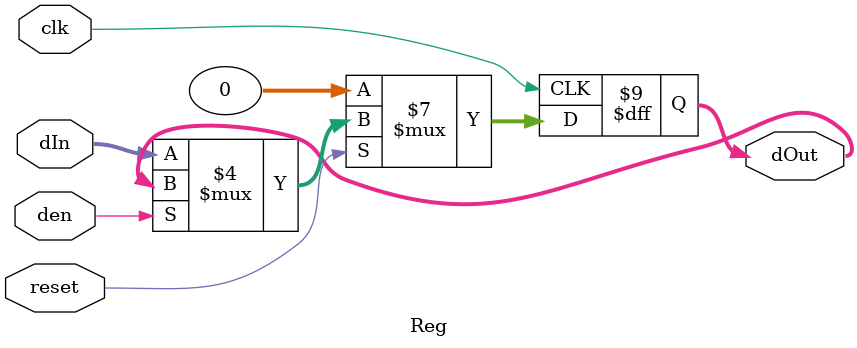
<source format=v>
module Reg #(parameter width = 32)//Pipelined registers
   (input clk,reset,den,
    input [width-1 : 0]     dIn,
    output reg [width-1 :0] dOut);
   always @(posedge clk )
     begin
        if(reset==1'b0)
          dOut <= 0;
        else
          if(!den)
            dOut <= dIn;
     end
endmodule // Reg
</source>
